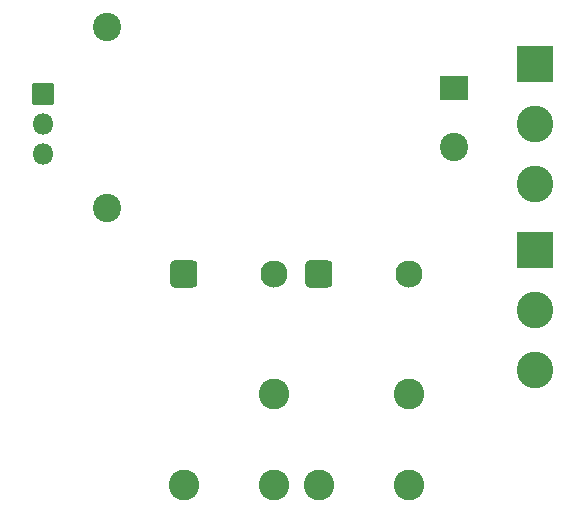
<source format=gbr>
G04 #@! TF.GenerationSoftware,KiCad,Pcbnew,5.1.9-73d0e3b20d~88~ubuntu20.04.1*
G04 #@! TF.CreationDate,2021-04-15T20:46:28+02:00*
G04 #@! TF.ProjectId,FAN-Light,46414e2d-4c69-4676-9874-2e6b69636164,rev?*
G04 #@! TF.SameCoordinates,Original*
G04 #@! TF.FileFunction,Soldermask,Bot*
G04 #@! TF.FilePolarity,Negative*
%FSLAX46Y46*%
G04 Gerber Fmt 4.6, Leading zero omitted, Abs format (unit mm)*
G04 Created by KiCad (PCBNEW 5.1.9-73d0e3b20d~88~ubuntu20.04.1) date 2021-04-15 20:46:28*
%MOMM*%
%LPD*%
G01*
G04 APERTURE LIST*
%ADD10C,2.400000*%
%ADD11C,3.100000*%
%ADD12C,2.600000*%
%ADD13C,2.300000*%
%ADD14O,1.800000X1.800000*%
G04 APERTURE END LIST*
D10*
X136970000Y-99862000D03*
X166370000Y-94662000D03*
G36*
G01*
X167570000Y-88662000D02*
X167570000Y-90662000D01*
G75*
G02*
X167520000Y-90712000I-50000J0D01*
G01*
X165220000Y-90712000D01*
G75*
G02*
X165170000Y-90662000I0J50000D01*
G01*
X165170000Y-88662000D01*
G75*
G02*
X165220000Y-88612000I50000J0D01*
G01*
X167520000Y-88612000D01*
G75*
G02*
X167570000Y-88662000I0J-50000D01*
G01*
G37*
X136970000Y-84462000D03*
G36*
G01*
X171728000Y-101828000D02*
X174728000Y-101828000D01*
G75*
G02*
X174778000Y-101878000I0J-50000D01*
G01*
X174778000Y-104878000D01*
G75*
G02*
X174728000Y-104928000I-50000J0D01*
G01*
X171728000Y-104928000D01*
G75*
G02*
X171678000Y-104878000I0J50000D01*
G01*
X171678000Y-101878000D01*
G75*
G02*
X171728000Y-101828000I50000J0D01*
G01*
G37*
D11*
X173228000Y-108458000D03*
X173228000Y-113538000D03*
D12*
X162540000Y-115610000D03*
G36*
G01*
X154146500Y-104260000D02*
X155733500Y-104260000D01*
G75*
G02*
X156090000Y-104616500I0J-356500D01*
G01*
X156090000Y-106203500D01*
G75*
G02*
X155733500Y-106560000I-356500J0D01*
G01*
X154146500Y-106560000D01*
G75*
G02*
X153790000Y-106203500I0J356500D01*
G01*
X153790000Y-104616500D01*
G75*
G02*
X154146500Y-104260000I356500J0D01*
G01*
G37*
D13*
X162540000Y-105410000D03*
D12*
X162540000Y-123310000D03*
X154940000Y-123310000D03*
D11*
X173228000Y-97790000D03*
X173228000Y-92710000D03*
G36*
G01*
X171728000Y-86080000D02*
X174728000Y-86080000D01*
G75*
G02*
X174778000Y-86130000I0J-50000D01*
G01*
X174778000Y-89130000D01*
G75*
G02*
X174728000Y-89180000I-50000J0D01*
G01*
X171728000Y-89180000D01*
G75*
G02*
X171678000Y-89130000I0J50000D01*
G01*
X171678000Y-86130000D01*
G75*
G02*
X171728000Y-86080000I50000J0D01*
G01*
G37*
G36*
G01*
X130672000Y-91020000D02*
X130672000Y-89320000D01*
G75*
G02*
X130722000Y-89270000I50000J0D01*
G01*
X132422000Y-89270000D01*
G75*
G02*
X132472000Y-89320000I0J-50000D01*
G01*
X132472000Y-91020000D01*
G75*
G02*
X132422000Y-91070000I-50000J0D01*
G01*
X130722000Y-91070000D01*
G75*
G02*
X130672000Y-91020000I0J50000D01*
G01*
G37*
D14*
X131572000Y-92710000D03*
X131572000Y-95250000D03*
D12*
X143510000Y-123310000D03*
X151110000Y-123310000D03*
D13*
X151110000Y-105410000D03*
G36*
G01*
X142716500Y-104260000D02*
X144303500Y-104260000D01*
G75*
G02*
X144660000Y-104616500I0J-356500D01*
G01*
X144660000Y-106203500D01*
G75*
G02*
X144303500Y-106560000I-356500J0D01*
G01*
X142716500Y-106560000D01*
G75*
G02*
X142360000Y-106203500I0J356500D01*
G01*
X142360000Y-104616500D01*
G75*
G02*
X142716500Y-104260000I356500J0D01*
G01*
G37*
D12*
X151110000Y-115610000D03*
M02*

</source>
